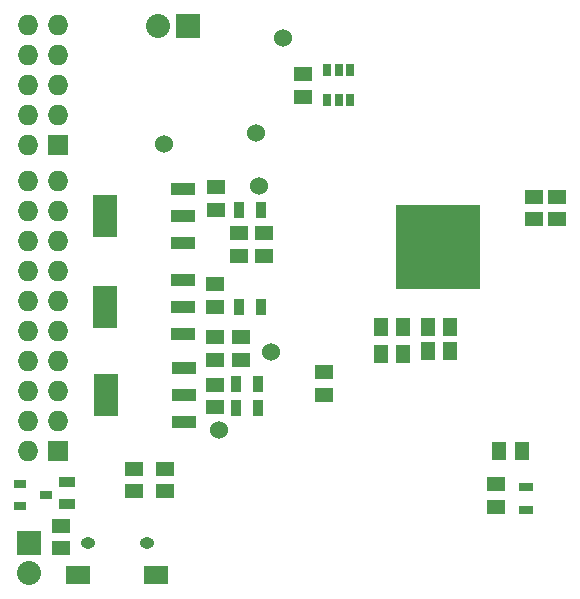
<source format=gbs>
%FSLAX34Y34*%
G04 Gerber Fmt 3.4, Leading zero omitted, Abs format*
G04 (created by PCBNEW (2014-06-12 BZR 4942)-product) date Mon 16 Jun 2014 06:59:23 PM PDT*
%MOIN*%
G01*
G70*
G90*
G04 APERTURE LIST*
%ADD10C,0.003937*%
%ADD11R,0.285000X0.285000*%
%ADD12C,0.060000*%
%ADD13R,0.059000X0.051200*%
%ADD14R,0.051200X0.059000*%
%ADD15O,0.049213X0.037402*%
%ADD16R,0.035000X0.055000*%
%ADD17R,0.055000X0.035000*%
%ADD18R,0.068000X0.068000*%
%ADD19O,0.068000X0.068000*%
%ADD20R,0.080000X0.080000*%
%ADD21O,0.080000X0.080000*%
%ADD22R,0.039400X0.031500*%
%ADD23R,0.047200X0.031500*%
%ADD24R,0.080000X0.144000*%
%ADD25R,0.080000X0.040000*%
%ADD26R,0.027600X0.039400*%
G04 APERTURE END LIST*
G54D10*
G54D11*
X63543Y-21929D03*
G54D12*
X56255Y-28031D03*
G54D13*
X53425Y-29310D03*
X53425Y-30060D03*
X56929Y-21475D03*
X56929Y-22225D03*
X54448Y-29310D03*
X54448Y-30060D03*
X57755Y-21475D03*
X57755Y-22225D03*
X56102Y-27264D03*
X56102Y-26514D03*
X56141Y-20689D03*
X56141Y-19939D03*
X66732Y-21004D03*
X66732Y-20254D03*
X67519Y-21004D03*
X67519Y-20254D03*
G54D14*
X62382Y-24606D03*
X61632Y-24606D03*
X62382Y-25492D03*
X61632Y-25492D03*
G54D13*
X59744Y-26101D03*
X59744Y-26851D03*
X56102Y-24939D03*
X56102Y-25689D03*
X56988Y-24939D03*
X56988Y-25689D03*
G54D14*
X66339Y-28740D03*
X65589Y-28740D03*
G54D13*
X65472Y-29841D03*
X65472Y-30591D03*
X56102Y-23918D03*
X56102Y-23168D03*
G54D14*
X63957Y-24606D03*
X63207Y-24606D03*
X63957Y-25393D03*
X63207Y-25393D03*
G54D13*
X59055Y-16910D03*
X59055Y-16160D03*
X50984Y-31219D03*
X50984Y-31969D03*
G54D15*
X51870Y-31791D03*
X53838Y-31791D03*
G54D10*
G36*
X51948Y-32549D02*
X51948Y-33159D01*
X51161Y-33159D01*
X51161Y-32549D01*
X51948Y-32549D01*
X51948Y-32549D01*
G37*
G36*
X54547Y-32549D02*
X54547Y-33159D01*
X53759Y-33159D01*
X53759Y-32549D01*
X54547Y-32549D01*
X54547Y-32549D01*
G37*
G54D16*
X56810Y-27283D03*
X57560Y-27283D03*
X56810Y-26496D03*
X57560Y-26496D03*
X56908Y-20688D03*
X57658Y-20688D03*
X56908Y-23937D03*
X57658Y-23937D03*
G54D17*
X51181Y-29743D03*
X51181Y-30493D03*
G54D12*
X57480Y-18110D03*
G54D18*
X50893Y-18535D03*
G54D19*
X49893Y-18535D03*
X50893Y-17535D03*
X49893Y-17535D03*
X50893Y-16535D03*
X49893Y-16535D03*
X50893Y-15535D03*
X49893Y-15535D03*
X50893Y-14535D03*
X49893Y-14535D03*
G54D12*
X58366Y-14960D03*
X57992Y-25433D03*
G54D20*
X49901Y-31783D03*
G54D21*
X49901Y-32783D03*
G54D12*
X54429Y-18503D03*
G54D22*
X50472Y-30196D03*
X49606Y-29821D03*
X49606Y-30571D03*
G54D23*
X66496Y-30708D03*
X66496Y-29920D03*
G54D12*
X57578Y-19881D03*
G54D24*
X52479Y-26850D03*
G54D25*
X55079Y-26850D03*
X55079Y-27750D03*
X55079Y-25950D03*
G54D24*
X52440Y-20905D03*
G54D25*
X55040Y-20905D03*
X55040Y-21805D03*
X55040Y-20005D03*
G54D24*
X52440Y-23937D03*
G54D25*
X55040Y-23937D03*
X55040Y-24837D03*
X55040Y-23037D03*
G54D26*
X59861Y-17035D03*
X60236Y-17035D03*
X60611Y-17035D03*
X60611Y-16035D03*
X60236Y-16035D03*
X59861Y-16035D03*
G54D20*
X55224Y-14566D03*
G54D21*
X54224Y-14566D03*
G54D18*
X50893Y-28712D03*
G54D19*
X49893Y-28712D03*
X50893Y-27712D03*
X49893Y-27712D03*
X50893Y-26712D03*
X49893Y-26712D03*
X50893Y-25712D03*
X49893Y-25712D03*
X50893Y-24712D03*
X49893Y-24712D03*
X50893Y-23712D03*
X49893Y-23712D03*
X50893Y-22712D03*
X49893Y-22712D03*
X50893Y-21712D03*
X49893Y-21712D03*
X50893Y-20712D03*
X49893Y-20712D03*
X50893Y-19712D03*
X49893Y-19712D03*
M02*

</source>
